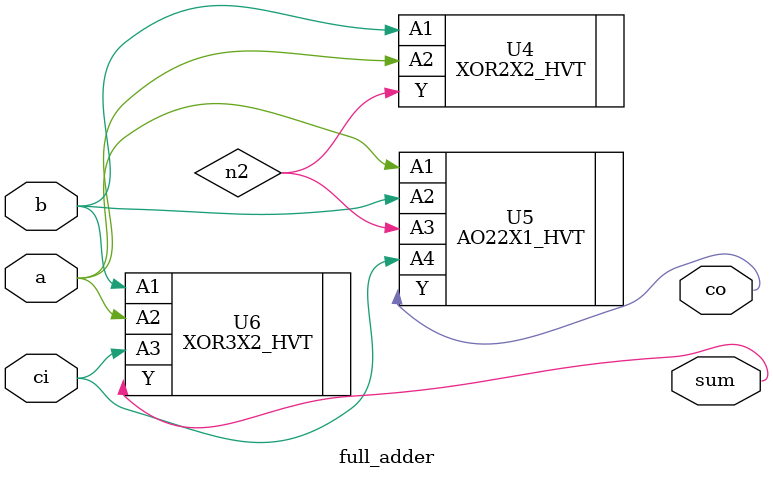
<source format=v>


module full_adder ( a, b, ci, sum, co );
  input a, b, ci;
  output sum, co;
  wire   n2;

  XOR2X2_HVT U4 ( .A1(b), .A2(a), .Y(n2) );
  AO22X1_HVT U5 ( .A1(a), .A2(b), .A3(n2), .A4(ci), .Y(co) );
  XOR3X2_HVT U6 ( .A1(b), .A2(a), .A3(ci), .Y(sum) );
endmodule


</source>
